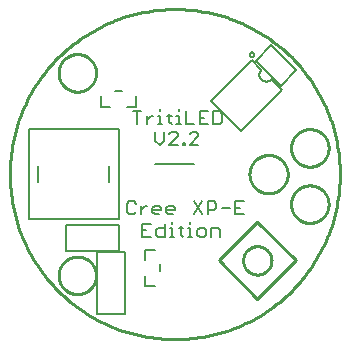
<source format=gto>
G75*
%MOIN*%
%OFA0B0*%
%FSLAX25Y25*%
%IPPOS*%
%LPD*%
%AMOC8*
5,1,8,0,0,1.08239X$1,22.5*
%
%ADD10C,0.01000*%
%ADD11C,0.00700*%
%ADD12C,0.00500*%
D10*
X0069250Y0049250D02*
X0069252Y0049408D01*
X0069258Y0049565D01*
X0069268Y0049723D01*
X0069282Y0049880D01*
X0069300Y0050036D01*
X0069321Y0050193D01*
X0069347Y0050348D01*
X0069377Y0050503D01*
X0069410Y0050657D01*
X0069448Y0050810D01*
X0069489Y0050963D01*
X0069534Y0051114D01*
X0069583Y0051264D01*
X0069636Y0051412D01*
X0069692Y0051560D01*
X0069753Y0051705D01*
X0069816Y0051850D01*
X0069884Y0051992D01*
X0069955Y0052133D01*
X0070029Y0052272D01*
X0070107Y0052409D01*
X0070189Y0052544D01*
X0070273Y0052677D01*
X0070362Y0052808D01*
X0070453Y0052936D01*
X0070548Y0053063D01*
X0070645Y0053186D01*
X0070746Y0053308D01*
X0070850Y0053426D01*
X0070957Y0053542D01*
X0071067Y0053655D01*
X0071179Y0053766D01*
X0071295Y0053873D01*
X0071413Y0053978D01*
X0071533Y0054080D01*
X0071656Y0054178D01*
X0071782Y0054274D01*
X0071910Y0054366D01*
X0072040Y0054455D01*
X0072172Y0054541D01*
X0072307Y0054623D01*
X0072444Y0054702D01*
X0072582Y0054777D01*
X0072722Y0054849D01*
X0072865Y0054917D01*
X0073008Y0054982D01*
X0073154Y0055043D01*
X0073301Y0055100D01*
X0073449Y0055154D01*
X0073599Y0055204D01*
X0073749Y0055250D01*
X0073901Y0055292D01*
X0074054Y0055331D01*
X0074208Y0055365D01*
X0074363Y0055396D01*
X0074518Y0055422D01*
X0074674Y0055445D01*
X0074831Y0055464D01*
X0074988Y0055479D01*
X0075145Y0055490D01*
X0075303Y0055497D01*
X0075461Y0055500D01*
X0075618Y0055499D01*
X0075776Y0055494D01*
X0075933Y0055485D01*
X0076091Y0055472D01*
X0076247Y0055455D01*
X0076404Y0055434D01*
X0076559Y0055410D01*
X0076714Y0055381D01*
X0076869Y0055348D01*
X0077022Y0055312D01*
X0077175Y0055271D01*
X0077326Y0055227D01*
X0077476Y0055179D01*
X0077625Y0055128D01*
X0077773Y0055072D01*
X0077919Y0055013D01*
X0078064Y0054950D01*
X0078207Y0054883D01*
X0078348Y0054813D01*
X0078487Y0054740D01*
X0078625Y0054663D01*
X0078761Y0054582D01*
X0078894Y0054498D01*
X0079025Y0054411D01*
X0079154Y0054320D01*
X0079281Y0054226D01*
X0079406Y0054129D01*
X0079527Y0054029D01*
X0079647Y0053926D01*
X0079763Y0053820D01*
X0079877Y0053711D01*
X0079989Y0053599D01*
X0080097Y0053485D01*
X0080202Y0053367D01*
X0080305Y0053247D01*
X0080404Y0053125D01*
X0080500Y0053000D01*
X0080593Y0052872D01*
X0080683Y0052743D01*
X0080769Y0052611D01*
X0080853Y0052477D01*
X0080932Y0052341D01*
X0081009Y0052203D01*
X0081081Y0052063D01*
X0081150Y0051921D01*
X0081216Y0051778D01*
X0081278Y0051633D01*
X0081336Y0051486D01*
X0081391Y0051338D01*
X0081442Y0051189D01*
X0081489Y0051038D01*
X0081532Y0050887D01*
X0081571Y0050734D01*
X0081607Y0050580D01*
X0081638Y0050426D01*
X0081666Y0050271D01*
X0081690Y0050115D01*
X0081710Y0049958D01*
X0081726Y0049801D01*
X0081738Y0049644D01*
X0081746Y0049487D01*
X0081750Y0049329D01*
X0081750Y0049171D01*
X0081746Y0049013D01*
X0081738Y0048856D01*
X0081726Y0048699D01*
X0081710Y0048542D01*
X0081690Y0048385D01*
X0081666Y0048229D01*
X0081638Y0048074D01*
X0081607Y0047920D01*
X0081571Y0047766D01*
X0081532Y0047613D01*
X0081489Y0047462D01*
X0081442Y0047311D01*
X0081391Y0047162D01*
X0081336Y0047014D01*
X0081278Y0046867D01*
X0081216Y0046722D01*
X0081150Y0046579D01*
X0081081Y0046437D01*
X0081009Y0046297D01*
X0080932Y0046159D01*
X0080853Y0046023D01*
X0080769Y0045889D01*
X0080683Y0045757D01*
X0080593Y0045628D01*
X0080500Y0045500D01*
X0080404Y0045375D01*
X0080305Y0045253D01*
X0080202Y0045133D01*
X0080097Y0045015D01*
X0079989Y0044901D01*
X0079877Y0044789D01*
X0079763Y0044680D01*
X0079647Y0044574D01*
X0079527Y0044471D01*
X0079406Y0044371D01*
X0079281Y0044274D01*
X0079154Y0044180D01*
X0079025Y0044089D01*
X0078894Y0044002D01*
X0078761Y0043918D01*
X0078625Y0043837D01*
X0078487Y0043760D01*
X0078348Y0043687D01*
X0078207Y0043617D01*
X0078064Y0043550D01*
X0077919Y0043487D01*
X0077773Y0043428D01*
X0077625Y0043372D01*
X0077476Y0043321D01*
X0077326Y0043273D01*
X0077175Y0043229D01*
X0077022Y0043188D01*
X0076869Y0043152D01*
X0076714Y0043119D01*
X0076559Y0043090D01*
X0076404Y0043066D01*
X0076247Y0043045D01*
X0076091Y0043028D01*
X0075933Y0043015D01*
X0075776Y0043006D01*
X0075618Y0043001D01*
X0075461Y0043000D01*
X0075303Y0043003D01*
X0075145Y0043010D01*
X0074988Y0043021D01*
X0074831Y0043036D01*
X0074674Y0043055D01*
X0074518Y0043078D01*
X0074363Y0043104D01*
X0074208Y0043135D01*
X0074054Y0043169D01*
X0073901Y0043208D01*
X0073749Y0043250D01*
X0073599Y0043296D01*
X0073449Y0043346D01*
X0073301Y0043400D01*
X0073154Y0043457D01*
X0073008Y0043518D01*
X0072865Y0043583D01*
X0072722Y0043651D01*
X0072582Y0043723D01*
X0072444Y0043798D01*
X0072307Y0043877D01*
X0072172Y0043959D01*
X0072040Y0044045D01*
X0071910Y0044134D01*
X0071782Y0044226D01*
X0071656Y0044322D01*
X0071533Y0044420D01*
X0071413Y0044522D01*
X0071295Y0044627D01*
X0071179Y0044734D01*
X0071067Y0044845D01*
X0070957Y0044958D01*
X0070850Y0045074D01*
X0070746Y0045192D01*
X0070645Y0045314D01*
X0070548Y0045437D01*
X0070453Y0045564D01*
X0070362Y0045692D01*
X0070273Y0045823D01*
X0070189Y0045956D01*
X0070107Y0046091D01*
X0070029Y0046228D01*
X0069955Y0046367D01*
X0069884Y0046508D01*
X0069816Y0046650D01*
X0069753Y0046795D01*
X0069692Y0046940D01*
X0069636Y0047088D01*
X0069583Y0047236D01*
X0069534Y0047386D01*
X0069489Y0047537D01*
X0069448Y0047690D01*
X0069410Y0047843D01*
X0069377Y0047997D01*
X0069347Y0048152D01*
X0069321Y0048307D01*
X0069300Y0048464D01*
X0069282Y0048620D01*
X0069268Y0048777D01*
X0069258Y0048935D01*
X0069252Y0049092D01*
X0069250Y0049250D01*
X0053000Y0083000D02*
X0053017Y0084350D01*
X0053066Y0085699D01*
X0053149Y0087046D01*
X0053265Y0088391D01*
X0053414Y0089733D01*
X0053595Y0091070D01*
X0053810Y0092403D01*
X0054057Y0093730D01*
X0054336Y0095051D01*
X0054648Y0096364D01*
X0054992Y0097669D01*
X0055368Y0098966D01*
X0055776Y0100252D01*
X0056215Y0101529D01*
X0056685Y0102794D01*
X0057187Y0104048D01*
X0057718Y0105288D01*
X0058281Y0106516D01*
X0058873Y0107729D01*
X0059494Y0108927D01*
X0060145Y0110109D01*
X0060825Y0111276D01*
X0061533Y0112425D01*
X0062269Y0113556D01*
X0063033Y0114669D01*
X0063824Y0115763D01*
X0064641Y0116838D01*
X0065484Y0117892D01*
X0066354Y0118925D01*
X0067248Y0119936D01*
X0068166Y0120925D01*
X0069109Y0121891D01*
X0070075Y0122834D01*
X0071064Y0123752D01*
X0072075Y0124646D01*
X0073108Y0125516D01*
X0074162Y0126359D01*
X0075237Y0127176D01*
X0076331Y0127967D01*
X0077444Y0128731D01*
X0078575Y0129467D01*
X0079724Y0130175D01*
X0080891Y0130855D01*
X0082073Y0131506D01*
X0083271Y0132127D01*
X0084484Y0132719D01*
X0085712Y0133282D01*
X0086952Y0133813D01*
X0088206Y0134315D01*
X0089471Y0134785D01*
X0090748Y0135224D01*
X0092034Y0135632D01*
X0093331Y0136008D01*
X0094636Y0136352D01*
X0095949Y0136664D01*
X0097270Y0136943D01*
X0098597Y0137190D01*
X0099930Y0137405D01*
X0101267Y0137586D01*
X0102609Y0137735D01*
X0103954Y0137851D01*
X0105301Y0137934D01*
X0106650Y0137983D01*
X0108000Y0138000D01*
X0109350Y0137983D01*
X0110699Y0137934D01*
X0112046Y0137851D01*
X0113391Y0137735D01*
X0114733Y0137586D01*
X0116070Y0137405D01*
X0117403Y0137190D01*
X0118730Y0136943D01*
X0120051Y0136664D01*
X0121364Y0136352D01*
X0122669Y0136008D01*
X0123966Y0135632D01*
X0125252Y0135224D01*
X0126529Y0134785D01*
X0127794Y0134315D01*
X0129048Y0133813D01*
X0130288Y0133282D01*
X0131516Y0132719D01*
X0132729Y0132127D01*
X0133927Y0131506D01*
X0135109Y0130855D01*
X0136276Y0130175D01*
X0137425Y0129467D01*
X0138556Y0128731D01*
X0139669Y0127967D01*
X0140763Y0127176D01*
X0141838Y0126359D01*
X0142892Y0125516D01*
X0143925Y0124646D01*
X0144936Y0123752D01*
X0145925Y0122834D01*
X0146891Y0121891D01*
X0147834Y0120925D01*
X0148752Y0119936D01*
X0149646Y0118925D01*
X0150516Y0117892D01*
X0151359Y0116838D01*
X0152176Y0115763D01*
X0152967Y0114669D01*
X0153731Y0113556D01*
X0154467Y0112425D01*
X0155175Y0111276D01*
X0155855Y0110109D01*
X0156506Y0108927D01*
X0157127Y0107729D01*
X0157719Y0106516D01*
X0158282Y0105288D01*
X0158813Y0104048D01*
X0159315Y0102794D01*
X0159785Y0101529D01*
X0160224Y0100252D01*
X0160632Y0098966D01*
X0161008Y0097669D01*
X0161352Y0096364D01*
X0161664Y0095051D01*
X0161943Y0093730D01*
X0162190Y0092403D01*
X0162405Y0091070D01*
X0162586Y0089733D01*
X0162735Y0088391D01*
X0162851Y0087046D01*
X0162934Y0085699D01*
X0162983Y0084350D01*
X0163000Y0083000D01*
X0162983Y0081650D01*
X0162934Y0080301D01*
X0162851Y0078954D01*
X0162735Y0077609D01*
X0162586Y0076267D01*
X0162405Y0074930D01*
X0162190Y0073597D01*
X0161943Y0072270D01*
X0161664Y0070949D01*
X0161352Y0069636D01*
X0161008Y0068331D01*
X0160632Y0067034D01*
X0160224Y0065748D01*
X0159785Y0064471D01*
X0159315Y0063206D01*
X0158813Y0061952D01*
X0158282Y0060712D01*
X0157719Y0059484D01*
X0157127Y0058271D01*
X0156506Y0057073D01*
X0155855Y0055891D01*
X0155175Y0054724D01*
X0154467Y0053575D01*
X0153731Y0052444D01*
X0152967Y0051331D01*
X0152176Y0050237D01*
X0151359Y0049162D01*
X0150516Y0048108D01*
X0149646Y0047075D01*
X0148752Y0046064D01*
X0147834Y0045075D01*
X0146891Y0044109D01*
X0145925Y0043166D01*
X0144936Y0042248D01*
X0143925Y0041354D01*
X0142892Y0040484D01*
X0141838Y0039641D01*
X0140763Y0038824D01*
X0139669Y0038033D01*
X0138556Y0037269D01*
X0137425Y0036533D01*
X0136276Y0035825D01*
X0135109Y0035145D01*
X0133927Y0034494D01*
X0132729Y0033873D01*
X0131516Y0033281D01*
X0130288Y0032718D01*
X0129048Y0032187D01*
X0127794Y0031685D01*
X0126529Y0031215D01*
X0125252Y0030776D01*
X0123966Y0030368D01*
X0122669Y0029992D01*
X0121364Y0029648D01*
X0120051Y0029336D01*
X0118730Y0029057D01*
X0117403Y0028810D01*
X0116070Y0028595D01*
X0114733Y0028414D01*
X0113391Y0028265D01*
X0112046Y0028149D01*
X0110699Y0028066D01*
X0109350Y0028017D01*
X0108000Y0028000D01*
X0106650Y0028017D01*
X0105301Y0028066D01*
X0103954Y0028149D01*
X0102609Y0028265D01*
X0101267Y0028414D01*
X0099930Y0028595D01*
X0098597Y0028810D01*
X0097270Y0029057D01*
X0095949Y0029336D01*
X0094636Y0029648D01*
X0093331Y0029992D01*
X0092034Y0030368D01*
X0090748Y0030776D01*
X0089471Y0031215D01*
X0088206Y0031685D01*
X0086952Y0032187D01*
X0085712Y0032718D01*
X0084484Y0033281D01*
X0083271Y0033873D01*
X0082073Y0034494D01*
X0080891Y0035145D01*
X0079724Y0035825D01*
X0078575Y0036533D01*
X0077444Y0037269D01*
X0076331Y0038033D01*
X0075237Y0038824D01*
X0074162Y0039641D01*
X0073108Y0040484D01*
X0072075Y0041354D01*
X0071064Y0042248D01*
X0070075Y0043166D01*
X0069109Y0044109D01*
X0068166Y0045075D01*
X0067248Y0046064D01*
X0066354Y0047075D01*
X0065484Y0048108D01*
X0064641Y0049162D01*
X0063824Y0050237D01*
X0063033Y0051331D01*
X0062269Y0052444D01*
X0061533Y0053575D01*
X0060825Y0054724D01*
X0060145Y0055891D01*
X0059494Y0057073D01*
X0058873Y0058271D01*
X0058281Y0059484D01*
X0057718Y0060712D01*
X0057187Y0061952D01*
X0056685Y0063206D01*
X0056215Y0064471D01*
X0055776Y0065748D01*
X0055368Y0067034D01*
X0054992Y0068331D01*
X0054648Y0069636D01*
X0054336Y0070949D01*
X0054057Y0072270D01*
X0053810Y0073597D01*
X0053595Y0074930D01*
X0053414Y0076267D01*
X0053265Y0077609D01*
X0053149Y0078954D01*
X0053066Y0080301D01*
X0053017Y0081650D01*
X0053000Y0083000D01*
X0069250Y0116750D02*
X0069252Y0116908D01*
X0069258Y0117065D01*
X0069268Y0117223D01*
X0069282Y0117380D01*
X0069300Y0117536D01*
X0069321Y0117693D01*
X0069347Y0117848D01*
X0069377Y0118003D01*
X0069410Y0118157D01*
X0069448Y0118310D01*
X0069489Y0118463D01*
X0069534Y0118614D01*
X0069583Y0118764D01*
X0069636Y0118912D01*
X0069692Y0119060D01*
X0069753Y0119205D01*
X0069816Y0119350D01*
X0069884Y0119492D01*
X0069955Y0119633D01*
X0070029Y0119772D01*
X0070107Y0119909D01*
X0070189Y0120044D01*
X0070273Y0120177D01*
X0070362Y0120308D01*
X0070453Y0120436D01*
X0070548Y0120563D01*
X0070645Y0120686D01*
X0070746Y0120808D01*
X0070850Y0120926D01*
X0070957Y0121042D01*
X0071067Y0121155D01*
X0071179Y0121266D01*
X0071295Y0121373D01*
X0071413Y0121478D01*
X0071533Y0121580D01*
X0071656Y0121678D01*
X0071782Y0121774D01*
X0071910Y0121866D01*
X0072040Y0121955D01*
X0072172Y0122041D01*
X0072307Y0122123D01*
X0072444Y0122202D01*
X0072582Y0122277D01*
X0072722Y0122349D01*
X0072865Y0122417D01*
X0073008Y0122482D01*
X0073154Y0122543D01*
X0073301Y0122600D01*
X0073449Y0122654D01*
X0073599Y0122704D01*
X0073749Y0122750D01*
X0073901Y0122792D01*
X0074054Y0122831D01*
X0074208Y0122865D01*
X0074363Y0122896D01*
X0074518Y0122922D01*
X0074674Y0122945D01*
X0074831Y0122964D01*
X0074988Y0122979D01*
X0075145Y0122990D01*
X0075303Y0122997D01*
X0075461Y0123000D01*
X0075618Y0122999D01*
X0075776Y0122994D01*
X0075933Y0122985D01*
X0076091Y0122972D01*
X0076247Y0122955D01*
X0076404Y0122934D01*
X0076559Y0122910D01*
X0076714Y0122881D01*
X0076869Y0122848D01*
X0077022Y0122812D01*
X0077175Y0122771D01*
X0077326Y0122727D01*
X0077476Y0122679D01*
X0077625Y0122628D01*
X0077773Y0122572D01*
X0077919Y0122513D01*
X0078064Y0122450D01*
X0078207Y0122383D01*
X0078348Y0122313D01*
X0078487Y0122240D01*
X0078625Y0122163D01*
X0078761Y0122082D01*
X0078894Y0121998D01*
X0079025Y0121911D01*
X0079154Y0121820D01*
X0079281Y0121726D01*
X0079406Y0121629D01*
X0079527Y0121529D01*
X0079647Y0121426D01*
X0079763Y0121320D01*
X0079877Y0121211D01*
X0079989Y0121099D01*
X0080097Y0120985D01*
X0080202Y0120867D01*
X0080305Y0120747D01*
X0080404Y0120625D01*
X0080500Y0120500D01*
X0080593Y0120372D01*
X0080683Y0120243D01*
X0080769Y0120111D01*
X0080853Y0119977D01*
X0080932Y0119841D01*
X0081009Y0119703D01*
X0081081Y0119563D01*
X0081150Y0119421D01*
X0081216Y0119278D01*
X0081278Y0119133D01*
X0081336Y0118986D01*
X0081391Y0118838D01*
X0081442Y0118689D01*
X0081489Y0118538D01*
X0081532Y0118387D01*
X0081571Y0118234D01*
X0081607Y0118080D01*
X0081638Y0117926D01*
X0081666Y0117771D01*
X0081690Y0117615D01*
X0081710Y0117458D01*
X0081726Y0117301D01*
X0081738Y0117144D01*
X0081746Y0116987D01*
X0081750Y0116829D01*
X0081750Y0116671D01*
X0081746Y0116513D01*
X0081738Y0116356D01*
X0081726Y0116199D01*
X0081710Y0116042D01*
X0081690Y0115885D01*
X0081666Y0115729D01*
X0081638Y0115574D01*
X0081607Y0115420D01*
X0081571Y0115266D01*
X0081532Y0115113D01*
X0081489Y0114962D01*
X0081442Y0114811D01*
X0081391Y0114662D01*
X0081336Y0114514D01*
X0081278Y0114367D01*
X0081216Y0114222D01*
X0081150Y0114079D01*
X0081081Y0113937D01*
X0081009Y0113797D01*
X0080932Y0113659D01*
X0080853Y0113523D01*
X0080769Y0113389D01*
X0080683Y0113257D01*
X0080593Y0113128D01*
X0080500Y0113000D01*
X0080404Y0112875D01*
X0080305Y0112753D01*
X0080202Y0112633D01*
X0080097Y0112515D01*
X0079989Y0112401D01*
X0079877Y0112289D01*
X0079763Y0112180D01*
X0079647Y0112074D01*
X0079527Y0111971D01*
X0079406Y0111871D01*
X0079281Y0111774D01*
X0079154Y0111680D01*
X0079025Y0111589D01*
X0078894Y0111502D01*
X0078761Y0111418D01*
X0078625Y0111337D01*
X0078487Y0111260D01*
X0078348Y0111187D01*
X0078207Y0111117D01*
X0078064Y0111050D01*
X0077919Y0110987D01*
X0077773Y0110928D01*
X0077625Y0110872D01*
X0077476Y0110821D01*
X0077326Y0110773D01*
X0077175Y0110729D01*
X0077022Y0110688D01*
X0076869Y0110652D01*
X0076714Y0110619D01*
X0076559Y0110590D01*
X0076404Y0110566D01*
X0076247Y0110545D01*
X0076091Y0110528D01*
X0075933Y0110515D01*
X0075776Y0110506D01*
X0075618Y0110501D01*
X0075461Y0110500D01*
X0075303Y0110503D01*
X0075145Y0110510D01*
X0074988Y0110521D01*
X0074831Y0110536D01*
X0074674Y0110555D01*
X0074518Y0110578D01*
X0074363Y0110604D01*
X0074208Y0110635D01*
X0074054Y0110669D01*
X0073901Y0110708D01*
X0073749Y0110750D01*
X0073599Y0110796D01*
X0073449Y0110846D01*
X0073301Y0110900D01*
X0073154Y0110957D01*
X0073008Y0111018D01*
X0072865Y0111083D01*
X0072722Y0111151D01*
X0072582Y0111223D01*
X0072444Y0111298D01*
X0072307Y0111377D01*
X0072172Y0111459D01*
X0072040Y0111545D01*
X0071910Y0111634D01*
X0071782Y0111726D01*
X0071656Y0111822D01*
X0071533Y0111920D01*
X0071413Y0112022D01*
X0071295Y0112127D01*
X0071179Y0112234D01*
X0071067Y0112345D01*
X0070957Y0112458D01*
X0070850Y0112574D01*
X0070746Y0112692D01*
X0070645Y0112814D01*
X0070548Y0112937D01*
X0070453Y0113064D01*
X0070362Y0113192D01*
X0070273Y0113323D01*
X0070189Y0113456D01*
X0070107Y0113591D01*
X0070029Y0113728D01*
X0069955Y0113867D01*
X0069884Y0114008D01*
X0069816Y0114150D01*
X0069753Y0114295D01*
X0069692Y0114440D01*
X0069636Y0114588D01*
X0069583Y0114736D01*
X0069534Y0114886D01*
X0069489Y0115037D01*
X0069448Y0115190D01*
X0069410Y0115343D01*
X0069377Y0115497D01*
X0069347Y0115652D01*
X0069321Y0115807D01*
X0069300Y0115964D01*
X0069282Y0116120D01*
X0069268Y0116277D01*
X0069258Y0116435D01*
X0069252Y0116592D01*
X0069250Y0116750D01*
X0132876Y0083000D02*
X0132878Y0083160D01*
X0132884Y0083319D01*
X0132894Y0083478D01*
X0132908Y0083637D01*
X0132926Y0083796D01*
X0132948Y0083954D01*
X0132974Y0084111D01*
X0133003Y0084268D01*
X0133037Y0084424D01*
X0133075Y0084579D01*
X0133116Y0084733D01*
X0133161Y0084886D01*
X0133211Y0085038D01*
X0133263Y0085188D01*
X0133320Y0085338D01*
X0133380Y0085485D01*
X0133444Y0085631D01*
X0133512Y0085776D01*
X0133583Y0085919D01*
X0133658Y0086060D01*
X0133737Y0086199D01*
X0133818Y0086336D01*
X0133904Y0086470D01*
X0133992Y0086603D01*
X0134084Y0086734D01*
X0134179Y0086862D01*
X0134277Y0086987D01*
X0134379Y0087111D01*
X0134483Y0087231D01*
X0134590Y0087349D01*
X0134701Y0087465D01*
X0134814Y0087577D01*
X0134930Y0087687D01*
X0135049Y0087793D01*
X0135170Y0087897D01*
X0135294Y0087998D01*
X0135420Y0088095D01*
X0135549Y0088189D01*
X0135680Y0088280D01*
X0135813Y0088368D01*
X0135949Y0088452D01*
X0136086Y0088533D01*
X0136226Y0088611D01*
X0136367Y0088685D01*
X0136510Y0088755D01*
X0136655Y0088822D01*
X0136802Y0088885D01*
X0136950Y0088944D01*
X0137099Y0089000D01*
X0137250Y0089052D01*
X0137402Y0089100D01*
X0137555Y0089145D01*
X0137710Y0089185D01*
X0137865Y0089222D01*
X0138021Y0089254D01*
X0138178Y0089283D01*
X0138336Y0089308D01*
X0138494Y0089329D01*
X0138653Y0089346D01*
X0138812Y0089359D01*
X0138971Y0089368D01*
X0139130Y0089373D01*
X0139290Y0089374D01*
X0139449Y0089371D01*
X0139609Y0089364D01*
X0139768Y0089353D01*
X0139927Y0089338D01*
X0140085Y0089319D01*
X0140243Y0089296D01*
X0140400Y0089269D01*
X0140557Y0089239D01*
X0140713Y0089204D01*
X0140868Y0089165D01*
X0141021Y0089123D01*
X0141174Y0089077D01*
X0141326Y0089027D01*
X0141476Y0088973D01*
X0141625Y0088915D01*
X0141772Y0088854D01*
X0141918Y0088789D01*
X0142062Y0088720D01*
X0142204Y0088648D01*
X0142344Y0088572D01*
X0142483Y0088493D01*
X0142619Y0088411D01*
X0142754Y0088325D01*
X0142886Y0088235D01*
X0143016Y0088143D01*
X0143143Y0088047D01*
X0143269Y0087948D01*
X0143391Y0087846D01*
X0143511Y0087740D01*
X0143628Y0087632D01*
X0143743Y0087521D01*
X0143855Y0087407D01*
X0143964Y0087291D01*
X0144070Y0087171D01*
X0144172Y0087049D01*
X0144272Y0086925D01*
X0144369Y0086798D01*
X0144462Y0086669D01*
X0144553Y0086537D01*
X0144639Y0086403D01*
X0144723Y0086267D01*
X0144803Y0086129D01*
X0144880Y0085989D01*
X0144953Y0085847D01*
X0145022Y0085704D01*
X0145088Y0085558D01*
X0145150Y0085412D01*
X0145209Y0085263D01*
X0145263Y0085113D01*
X0145314Y0084962D01*
X0145362Y0084810D01*
X0145405Y0084656D01*
X0145445Y0084502D01*
X0145480Y0084346D01*
X0145512Y0084190D01*
X0145540Y0084033D01*
X0145564Y0083875D01*
X0145584Y0083716D01*
X0145600Y0083558D01*
X0145612Y0083399D01*
X0145620Y0083239D01*
X0145624Y0083080D01*
X0145624Y0082920D01*
X0145620Y0082761D01*
X0145612Y0082601D01*
X0145600Y0082442D01*
X0145584Y0082284D01*
X0145564Y0082125D01*
X0145540Y0081967D01*
X0145512Y0081810D01*
X0145480Y0081654D01*
X0145445Y0081498D01*
X0145405Y0081344D01*
X0145362Y0081190D01*
X0145314Y0081038D01*
X0145263Y0080887D01*
X0145209Y0080737D01*
X0145150Y0080588D01*
X0145088Y0080442D01*
X0145022Y0080296D01*
X0144953Y0080153D01*
X0144880Y0080011D01*
X0144803Y0079871D01*
X0144723Y0079733D01*
X0144639Y0079597D01*
X0144553Y0079463D01*
X0144462Y0079331D01*
X0144369Y0079202D01*
X0144272Y0079075D01*
X0144172Y0078951D01*
X0144070Y0078829D01*
X0143964Y0078709D01*
X0143855Y0078593D01*
X0143743Y0078479D01*
X0143628Y0078368D01*
X0143511Y0078260D01*
X0143391Y0078154D01*
X0143269Y0078052D01*
X0143143Y0077953D01*
X0143016Y0077857D01*
X0142886Y0077765D01*
X0142754Y0077675D01*
X0142619Y0077589D01*
X0142483Y0077507D01*
X0142344Y0077428D01*
X0142204Y0077352D01*
X0142062Y0077280D01*
X0141918Y0077211D01*
X0141772Y0077146D01*
X0141625Y0077085D01*
X0141476Y0077027D01*
X0141326Y0076973D01*
X0141174Y0076923D01*
X0141021Y0076877D01*
X0140868Y0076835D01*
X0140713Y0076796D01*
X0140557Y0076761D01*
X0140400Y0076731D01*
X0140243Y0076704D01*
X0140085Y0076681D01*
X0139927Y0076662D01*
X0139768Y0076647D01*
X0139609Y0076636D01*
X0139449Y0076629D01*
X0139290Y0076626D01*
X0139130Y0076627D01*
X0138971Y0076632D01*
X0138812Y0076641D01*
X0138653Y0076654D01*
X0138494Y0076671D01*
X0138336Y0076692D01*
X0138178Y0076717D01*
X0138021Y0076746D01*
X0137865Y0076778D01*
X0137710Y0076815D01*
X0137555Y0076855D01*
X0137402Y0076900D01*
X0137250Y0076948D01*
X0137099Y0077000D01*
X0136950Y0077056D01*
X0136802Y0077115D01*
X0136655Y0077178D01*
X0136510Y0077245D01*
X0136367Y0077315D01*
X0136226Y0077389D01*
X0136086Y0077467D01*
X0135949Y0077548D01*
X0135813Y0077632D01*
X0135680Y0077720D01*
X0135549Y0077811D01*
X0135420Y0077905D01*
X0135294Y0078002D01*
X0135170Y0078103D01*
X0135049Y0078207D01*
X0134930Y0078313D01*
X0134814Y0078423D01*
X0134701Y0078535D01*
X0134590Y0078651D01*
X0134483Y0078769D01*
X0134379Y0078889D01*
X0134277Y0079013D01*
X0134179Y0079138D01*
X0134084Y0079266D01*
X0133992Y0079397D01*
X0133904Y0079530D01*
X0133818Y0079664D01*
X0133737Y0079801D01*
X0133658Y0079940D01*
X0133583Y0080081D01*
X0133512Y0080224D01*
X0133444Y0080369D01*
X0133380Y0080515D01*
X0133320Y0080662D01*
X0133263Y0080812D01*
X0133211Y0080962D01*
X0133161Y0081114D01*
X0133116Y0081267D01*
X0133075Y0081421D01*
X0133037Y0081576D01*
X0133003Y0081732D01*
X0132974Y0081889D01*
X0132948Y0082046D01*
X0132926Y0082204D01*
X0132908Y0082363D01*
X0132894Y0082522D01*
X0132884Y0082681D01*
X0132878Y0082840D01*
X0132876Y0083000D01*
X0146750Y0091750D02*
X0146752Y0091908D01*
X0146758Y0092065D01*
X0146768Y0092223D01*
X0146782Y0092380D01*
X0146800Y0092536D01*
X0146821Y0092693D01*
X0146847Y0092848D01*
X0146877Y0093003D01*
X0146910Y0093157D01*
X0146948Y0093310D01*
X0146989Y0093463D01*
X0147034Y0093614D01*
X0147083Y0093764D01*
X0147136Y0093912D01*
X0147192Y0094060D01*
X0147253Y0094205D01*
X0147316Y0094350D01*
X0147384Y0094492D01*
X0147455Y0094633D01*
X0147529Y0094772D01*
X0147607Y0094909D01*
X0147689Y0095044D01*
X0147773Y0095177D01*
X0147862Y0095308D01*
X0147953Y0095436D01*
X0148048Y0095563D01*
X0148145Y0095686D01*
X0148246Y0095808D01*
X0148350Y0095926D01*
X0148457Y0096042D01*
X0148567Y0096155D01*
X0148679Y0096266D01*
X0148795Y0096373D01*
X0148913Y0096478D01*
X0149033Y0096580D01*
X0149156Y0096678D01*
X0149282Y0096774D01*
X0149410Y0096866D01*
X0149540Y0096955D01*
X0149672Y0097041D01*
X0149807Y0097123D01*
X0149944Y0097202D01*
X0150082Y0097277D01*
X0150222Y0097349D01*
X0150365Y0097417D01*
X0150508Y0097482D01*
X0150654Y0097543D01*
X0150801Y0097600D01*
X0150949Y0097654D01*
X0151099Y0097704D01*
X0151249Y0097750D01*
X0151401Y0097792D01*
X0151554Y0097831D01*
X0151708Y0097865D01*
X0151863Y0097896D01*
X0152018Y0097922D01*
X0152174Y0097945D01*
X0152331Y0097964D01*
X0152488Y0097979D01*
X0152645Y0097990D01*
X0152803Y0097997D01*
X0152961Y0098000D01*
X0153118Y0097999D01*
X0153276Y0097994D01*
X0153433Y0097985D01*
X0153591Y0097972D01*
X0153747Y0097955D01*
X0153904Y0097934D01*
X0154059Y0097910D01*
X0154214Y0097881D01*
X0154369Y0097848D01*
X0154522Y0097812D01*
X0154675Y0097771D01*
X0154826Y0097727D01*
X0154976Y0097679D01*
X0155125Y0097628D01*
X0155273Y0097572D01*
X0155419Y0097513D01*
X0155564Y0097450D01*
X0155707Y0097383D01*
X0155848Y0097313D01*
X0155987Y0097240D01*
X0156125Y0097163D01*
X0156261Y0097082D01*
X0156394Y0096998D01*
X0156525Y0096911D01*
X0156654Y0096820D01*
X0156781Y0096726D01*
X0156906Y0096629D01*
X0157027Y0096529D01*
X0157147Y0096426D01*
X0157263Y0096320D01*
X0157377Y0096211D01*
X0157489Y0096099D01*
X0157597Y0095985D01*
X0157702Y0095867D01*
X0157805Y0095747D01*
X0157904Y0095625D01*
X0158000Y0095500D01*
X0158093Y0095372D01*
X0158183Y0095243D01*
X0158269Y0095111D01*
X0158353Y0094977D01*
X0158432Y0094841D01*
X0158509Y0094703D01*
X0158581Y0094563D01*
X0158650Y0094421D01*
X0158716Y0094278D01*
X0158778Y0094133D01*
X0158836Y0093986D01*
X0158891Y0093838D01*
X0158942Y0093689D01*
X0158989Y0093538D01*
X0159032Y0093387D01*
X0159071Y0093234D01*
X0159107Y0093080D01*
X0159138Y0092926D01*
X0159166Y0092771D01*
X0159190Y0092615D01*
X0159210Y0092458D01*
X0159226Y0092301D01*
X0159238Y0092144D01*
X0159246Y0091987D01*
X0159250Y0091829D01*
X0159250Y0091671D01*
X0159246Y0091513D01*
X0159238Y0091356D01*
X0159226Y0091199D01*
X0159210Y0091042D01*
X0159190Y0090885D01*
X0159166Y0090729D01*
X0159138Y0090574D01*
X0159107Y0090420D01*
X0159071Y0090266D01*
X0159032Y0090113D01*
X0158989Y0089962D01*
X0158942Y0089811D01*
X0158891Y0089662D01*
X0158836Y0089514D01*
X0158778Y0089367D01*
X0158716Y0089222D01*
X0158650Y0089079D01*
X0158581Y0088937D01*
X0158509Y0088797D01*
X0158432Y0088659D01*
X0158353Y0088523D01*
X0158269Y0088389D01*
X0158183Y0088257D01*
X0158093Y0088128D01*
X0158000Y0088000D01*
X0157904Y0087875D01*
X0157805Y0087753D01*
X0157702Y0087633D01*
X0157597Y0087515D01*
X0157489Y0087401D01*
X0157377Y0087289D01*
X0157263Y0087180D01*
X0157147Y0087074D01*
X0157027Y0086971D01*
X0156906Y0086871D01*
X0156781Y0086774D01*
X0156654Y0086680D01*
X0156525Y0086589D01*
X0156394Y0086502D01*
X0156261Y0086418D01*
X0156125Y0086337D01*
X0155987Y0086260D01*
X0155848Y0086187D01*
X0155707Y0086117D01*
X0155564Y0086050D01*
X0155419Y0085987D01*
X0155273Y0085928D01*
X0155125Y0085872D01*
X0154976Y0085821D01*
X0154826Y0085773D01*
X0154675Y0085729D01*
X0154522Y0085688D01*
X0154369Y0085652D01*
X0154214Y0085619D01*
X0154059Y0085590D01*
X0153904Y0085566D01*
X0153747Y0085545D01*
X0153591Y0085528D01*
X0153433Y0085515D01*
X0153276Y0085506D01*
X0153118Y0085501D01*
X0152961Y0085500D01*
X0152803Y0085503D01*
X0152645Y0085510D01*
X0152488Y0085521D01*
X0152331Y0085536D01*
X0152174Y0085555D01*
X0152018Y0085578D01*
X0151863Y0085604D01*
X0151708Y0085635D01*
X0151554Y0085669D01*
X0151401Y0085708D01*
X0151249Y0085750D01*
X0151099Y0085796D01*
X0150949Y0085846D01*
X0150801Y0085900D01*
X0150654Y0085957D01*
X0150508Y0086018D01*
X0150365Y0086083D01*
X0150222Y0086151D01*
X0150082Y0086223D01*
X0149944Y0086298D01*
X0149807Y0086377D01*
X0149672Y0086459D01*
X0149540Y0086545D01*
X0149410Y0086634D01*
X0149282Y0086726D01*
X0149156Y0086822D01*
X0149033Y0086920D01*
X0148913Y0087022D01*
X0148795Y0087127D01*
X0148679Y0087234D01*
X0148567Y0087345D01*
X0148457Y0087458D01*
X0148350Y0087574D01*
X0148246Y0087692D01*
X0148145Y0087814D01*
X0148048Y0087937D01*
X0147953Y0088064D01*
X0147862Y0088192D01*
X0147773Y0088323D01*
X0147689Y0088456D01*
X0147607Y0088591D01*
X0147529Y0088728D01*
X0147455Y0088867D01*
X0147384Y0089008D01*
X0147316Y0089150D01*
X0147253Y0089295D01*
X0147192Y0089440D01*
X0147136Y0089588D01*
X0147083Y0089736D01*
X0147034Y0089886D01*
X0146989Y0090037D01*
X0146948Y0090190D01*
X0146910Y0090343D01*
X0146877Y0090497D01*
X0146847Y0090652D01*
X0146821Y0090807D01*
X0146800Y0090964D01*
X0146782Y0091120D01*
X0146768Y0091277D01*
X0146758Y0091435D01*
X0146752Y0091592D01*
X0146750Y0091750D01*
X0146750Y0073000D02*
X0146752Y0073158D01*
X0146758Y0073315D01*
X0146768Y0073473D01*
X0146782Y0073630D01*
X0146800Y0073786D01*
X0146821Y0073943D01*
X0146847Y0074098D01*
X0146877Y0074253D01*
X0146910Y0074407D01*
X0146948Y0074560D01*
X0146989Y0074713D01*
X0147034Y0074864D01*
X0147083Y0075014D01*
X0147136Y0075162D01*
X0147192Y0075310D01*
X0147253Y0075455D01*
X0147316Y0075600D01*
X0147384Y0075742D01*
X0147455Y0075883D01*
X0147529Y0076022D01*
X0147607Y0076159D01*
X0147689Y0076294D01*
X0147773Y0076427D01*
X0147862Y0076558D01*
X0147953Y0076686D01*
X0148048Y0076813D01*
X0148145Y0076936D01*
X0148246Y0077058D01*
X0148350Y0077176D01*
X0148457Y0077292D01*
X0148567Y0077405D01*
X0148679Y0077516D01*
X0148795Y0077623D01*
X0148913Y0077728D01*
X0149033Y0077830D01*
X0149156Y0077928D01*
X0149282Y0078024D01*
X0149410Y0078116D01*
X0149540Y0078205D01*
X0149672Y0078291D01*
X0149807Y0078373D01*
X0149944Y0078452D01*
X0150082Y0078527D01*
X0150222Y0078599D01*
X0150365Y0078667D01*
X0150508Y0078732D01*
X0150654Y0078793D01*
X0150801Y0078850D01*
X0150949Y0078904D01*
X0151099Y0078954D01*
X0151249Y0079000D01*
X0151401Y0079042D01*
X0151554Y0079081D01*
X0151708Y0079115D01*
X0151863Y0079146D01*
X0152018Y0079172D01*
X0152174Y0079195D01*
X0152331Y0079214D01*
X0152488Y0079229D01*
X0152645Y0079240D01*
X0152803Y0079247D01*
X0152961Y0079250D01*
X0153118Y0079249D01*
X0153276Y0079244D01*
X0153433Y0079235D01*
X0153591Y0079222D01*
X0153747Y0079205D01*
X0153904Y0079184D01*
X0154059Y0079160D01*
X0154214Y0079131D01*
X0154369Y0079098D01*
X0154522Y0079062D01*
X0154675Y0079021D01*
X0154826Y0078977D01*
X0154976Y0078929D01*
X0155125Y0078878D01*
X0155273Y0078822D01*
X0155419Y0078763D01*
X0155564Y0078700D01*
X0155707Y0078633D01*
X0155848Y0078563D01*
X0155987Y0078490D01*
X0156125Y0078413D01*
X0156261Y0078332D01*
X0156394Y0078248D01*
X0156525Y0078161D01*
X0156654Y0078070D01*
X0156781Y0077976D01*
X0156906Y0077879D01*
X0157027Y0077779D01*
X0157147Y0077676D01*
X0157263Y0077570D01*
X0157377Y0077461D01*
X0157489Y0077349D01*
X0157597Y0077235D01*
X0157702Y0077117D01*
X0157805Y0076997D01*
X0157904Y0076875D01*
X0158000Y0076750D01*
X0158093Y0076622D01*
X0158183Y0076493D01*
X0158269Y0076361D01*
X0158353Y0076227D01*
X0158432Y0076091D01*
X0158509Y0075953D01*
X0158581Y0075813D01*
X0158650Y0075671D01*
X0158716Y0075528D01*
X0158778Y0075383D01*
X0158836Y0075236D01*
X0158891Y0075088D01*
X0158942Y0074939D01*
X0158989Y0074788D01*
X0159032Y0074637D01*
X0159071Y0074484D01*
X0159107Y0074330D01*
X0159138Y0074176D01*
X0159166Y0074021D01*
X0159190Y0073865D01*
X0159210Y0073708D01*
X0159226Y0073551D01*
X0159238Y0073394D01*
X0159246Y0073237D01*
X0159250Y0073079D01*
X0159250Y0072921D01*
X0159246Y0072763D01*
X0159238Y0072606D01*
X0159226Y0072449D01*
X0159210Y0072292D01*
X0159190Y0072135D01*
X0159166Y0071979D01*
X0159138Y0071824D01*
X0159107Y0071670D01*
X0159071Y0071516D01*
X0159032Y0071363D01*
X0158989Y0071212D01*
X0158942Y0071061D01*
X0158891Y0070912D01*
X0158836Y0070764D01*
X0158778Y0070617D01*
X0158716Y0070472D01*
X0158650Y0070329D01*
X0158581Y0070187D01*
X0158509Y0070047D01*
X0158432Y0069909D01*
X0158353Y0069773D01*
X0158269Y0069639D01*
X0158183Y0069507D01*
X0158093Y0069378D01*
X0158000Y0069250D01*
X0157904Y0069125D01*
X0157805Y0069003D01*
X0157702Y0068883D01*
X0157597Y0068765D01*
X0157489Y0068651D01*
X0157377Y0068539D01*
X0157263Y0068430D01*
X0157147Y0068324D01*
X0157027Y0068221D01*
X0156906Y0068121D01*
X0156781Y0068024D01*
X0156654Y0067930D01*
X0156525Y0067839D01*
X0156394Y0067752D01*
X0156261Y0067668D01*
X0156125Y0067587D01*
X0155987Y0067510D01*
X0155848Y0067437D01*
X0155707Y0067367D01*
X0155564Y0067300D01*
X0155419Y0067237D01*
X0155273Y0067178D01*
X0155125Y0067122D01*
X0154976Y0067071D01*
X0154826Y0067023D01*
X0154675Y0066979D01*
X0154522Y0066938D01*
X0154369Y0066902D01*
X0154214Y0066869D01*
X0154059Y0066840D01*
X0153904Y0066816D01*
X0153747Y0066795D01*
X0153591Y0066778D01*
X0153433Y0066765D01*
X0153276Y0066756D01*
X0153118Y0066751D01*
X0152961Y0066750D01*
X0152803Y0066753D01*
X0152645Y0066760D01*
X0152488Y0066771D01*
X0152331Y0066786D01*
X0152174Y0066805D01*
X0152018Y0066828D01*
X0151863Y0066854D01*
X0151708Y0066885D01*
X0151554Y0066919D01*
X0151401Y0066958D01*
X0151249Y0067000D01*
X0151099Y0067046D01*
X0150949Y0067096D01*
X0150801Y0067150D01*
X0150654Y0067207D01*
X0150508Y0067268D01*
X0150365Y0067333D01*
X0150222Y0067401D01*
X0150082Y0067473D01*
X0149944Y0067548D01*
X0149807Y0067627D01*
X0149672Y0067709D01*
X0149540Y0067795D01*
X0149410Y0067884D01*
X0149282Y0067976D01*
X0149156Y0068072D01*
X0149033Y0068170D01*
X0148913Y0068272D01*
X0148795Y0068377D01*
X0148679Y0068484D01*
X0148567Y0068595D01*
X0148457Y0068708D01*
X0148350Y0068824D01*
X0148246Y0068942D01*
X0148145Y0069064D01*
X0148048Y0069187D01*
X0147953Y0069314D01*
X0147862Y0069442D01*
X0147773Y0069573D01*
X0147689Y0069706D01*
X0147607Y0069841D01*
X0147529Y0069978D01*
X0147455Y0070117D01*
X0147384Y0070258D01*
X0147316Y0070400D01*
X0147253Y0070545D01*
X0147192Y0070690D01*
X0147136Y0070838D01*
X0147083Y0070986D01*
X0147034Y0071136D01*
X0146989Y0071287D01*
X0146948Y0071440D01*
X0146910Y0071593D01*
X0146877Y0071747D01*
X0146847Y0071902D01*
X0146821Y0072057D01*
X0146800Y0072214D01*
X0146782Y0072370D01*
X0146768Y0072527D01*
X0146758Y0072685D01*
X0146752Y0072842D01*
X0146750Y0073000D01*
X0135500Y0067056D02*
X0148306Y0054250D01*
X0135500Y0041444D01*
X0122694Y0054250D01*
X0135500Y0067056D01*
X0130776Y0054250D02*
X0130778Y0054387D01*
X0130784Y0054525D01*
X0130794Y0054662D01*
X0130808Y0054798D01*
X0130826Y0054935D01*
X0130848Y0055070D01*
X0130874Y0055205D01*
X0130903Y0055339D01*
X0130937Y0055473D01*
X0130974Y0055605D01*
X0131016Y0055736D01*
X0131061Y0055866D01*
X0131110Y0055994D01*
X0131162Y0056121D01*
X0131219Y0056246D01*
X0131278Y0056370D01*
X0131342Y0056492D01*
X0131409Y0056612D01*
X0131479Y0056730D01*
X0131553Y0056846D01*
X0131630Y0056960D01*
X0131711Y0057071D01*
X0131794Y0057180D01*
X0131881Y0057287D01*
X0131971Y0057390D01*
X0132064Y0057492D01*
X0132160Y0057590D01*
X0132258Y0057686D01*
X0132360Y0057779D01*
X0132463Y0057869D01*
X0132570Y0057956D01*
X0132679Y0058039D01*
X0132790Y0058120D01*
X0132904Y0058197D01*
X0133020Y0058271D01*
X0133138Y0058341D01*
X0133258Y0058408D01*
X0133380Y0058472D01*
X0133504Y0058531D01*
X0133629Y0058588D01*
X0133756Y0058640D01*
X0133884Y0058689D01*
X0134014Y0058734D01*
X0134145Y0058776D01*
X0134277Y0058813D01*
X0134411Y0058847D01*
X0134545Y0058876D01*
X0134680Y0058902D01*
X0134815Y0058924D01*
X0134952Y0058942D01*
X0135088Y0058956D01*
X0135225Y0058966D01*
X0135363Y0058972D01*
X0135500Y0058974D01*
X0135637Y0058972D01*
X0135775Y0058966D01*
X0135912Y0058956D01*
X0136048Y0058942D01*
X0136185Y0058924D01*
X0136320Y0058902D01*
X0136455Y0058876D01*
X0136589Y0058847D01*
X0136723Y0058813D01*
X0136855Y0058776D01*
X0136986Y0058734D01*
X0137116Y0058689D01*
X0137244Y0058640D01*
X0137371Y0058588D01*
X0137496Y0058531D01*
X0137620Y0058472D01*
X0137742Y0058408D01*
X0137862Y0058341D01*
X0137980Y0058271D01*
X0138096Y0058197D01*
X0138210Y0058120D01*
X0138321Y0058039D01*
X0138430Y0057956D01*
X0138537Y0057869D01*
X0138640Y0057779D01*
X0138742Y0057686D01*
X0138840Y0057590D01*
X0138936Y0057492D01*
X0139029Y0057390D01*
X0139119Y0057287D01*
X0139206Y0057180D01*
X0139289Y0057071D01*
X0139370Y0056960D01*
X0139447Y0056846D01*
X0139521Y0056730D01*
X0139591Y0056612D01*
X0139658Y0056492D01*
X0139722Y0056370D01*
X0139781Y0056246D01*
X0139838Y0056121D01*
X0139890Y0055994D01*
X0139939Y0055866D01*
X0139984Y0055736D01*
X0140026Y0055605D01*
X0140063Y0055473D01*
X0140097Y0055339D01*
X0140126Y0055205D01*
X0140152Y0055070D01*
X0140174Y0054935D01*
X0140192Y0054798D01*
X0140206Y0054662D01*
X0140216Y0054525D01*
X0140222Y0054387D01*
X0140224Y0054250D01*
X0140222Y0054113D01*
X0140216Y0053975D01*
X0140206Y0053838D01*
X0140192Y0053702D01*
X0140174Y0053565D01*
X0140152Y0053430D01*
X0140126Y0053295D01*
X0140097Y0053161D01*
X0140063Y0053027D01*
X0140026Y0052895D01*
X0139984Y0052764D01*
X0139939Y0052634D01*
X0139890Y0052506D01*
X0139838Y0052379D01*
X0139781Y0052254D01*
X0139722Y0052130D01*
X0139658Y0052008D01*
X0139591Y0051888D01*
X0139521Y0051770D01*
X0139447Y0051654D01*
X0139370Y0051540D01*
X0139289Y0051429D01*
X0139206Y0051320D01*
X0139119Y0051213D01*
X0139029Y0051110D01*
X0138936Y0051008D01*
X0138840Y0050910D01*
X0138742Y0050814D01*
X0138640Y0050721D01*
X0138537Y0050631D01*
X0138430Y0050544D01*
X0138321Y0050461D01*
X0138210Y0050380D01*
X0138096Y0050303D01*
X0137980Y0050229D01*
X0137862Y0050159D01*
X0137742Y0050092D01*
X0137620Y0050028D01*
X0137496Y0049969D01*
X0137371Y0049912D01*
X0137244Y0049860D01*
X0137116Y0049811D01*
X0136986Y0049766D01*
X0136855Y0049724D01*
X0136723Y0049687D01*
X0136589Y0049653D01*
X0136455Y0049624D01*
X0136320Y0049598D01*
X0136185Y0049576D01*
X0136048Y0049558D01*
X0135912Y0049544D01*
X0135775Y0049534D01*
X0135637Y0049528D01*
X0135500Y0049526D01*
X0135363Y0049528D01*
X0135225Y0049534D01*
X0135088Y0049544D01*
X0134952Y0049558D01*
X0134815Y0049576D01*
X0134680Y0049598D01*
X0134545Y0049624D01*
X0134411Y0049653D01*
X0134277Y0049687D01*
X0134145Y0049724D01*
X0134014Y0049766D01*
X0133884Y0049811D01*
X0133756Y0049860D01*
X0133629Y0049912D01*
X0133504Y0049969D01*
X0133380Y0050028D01*
X0133258Y0050092D01*
X0133138Y0050159D01*
X0133020Y0050229D01*
X0132904Y0050303D01*
X0132790Y0050380D01*
X0132679Y0050461D01*
X0132570Y0050544D01*
X0132463Y0050631D01*
X0132360Y0050721D01*
X0132258Y0050814D01*
X0132160Y0050910D01*
X0132064Y0051008D01*
X0131971Y0051110D01*
X0131881Y0051213D01*
X0131794Y0051320D01*
X0131711Y0051429D01*
X0131630Y0051540D01*
X0131553Y0051654D01*
X0131479Y0051770D01*
X0131409Y0051888D01*
X0131342Y0052008D01*
X0131278Y0052130D01*
X0131219Y0052254D01*
X0131162Y0052379D01*
X0131110Y0052506D01*
X0131061Y0052634D01*
X0131016Y0052764D01*
X0130974Y0052895D01*
X0130937Y0053027D01*
X0130903Y0053161D01*
X0130874Y0053295D01*
X0130848Y0053430D01*
X0130826Y0053565D01*
X0130808Y0053702D01*
X0130794Y0053838D01*
X0130784Y0053975D01*
X0130778Y0054113D01*
X0130776Y0054250D01*
D11*
X0122989Y0062100D02*
X0122989Y0064252D01*
X0122271Y0064969D01*
X0120120Y0064969D01*
X0120120Y0062100D01*
X0118385Y0062817D02*
X0118385Y0064252D01*
X0117668Y0064969D01*
X0116233Y0064969D01*
X0115516Y0064252D01*
X0115516Y0062817D01*
X0116233Y0062100D01*
X0117668Y0062100D01*
X0118385Y0062817D01*
X0113881Y0062100D02*
X0112446Y0062100D01*
X0113164Y0062100D02*
X0113164Y0064969D01*
X0112446Y0064969D01*
X0113164Y0066404D02*
X0113164Y0067121D01*
X0110094Y0065686D02*
X0110094Y0062817D01*
X0110812Y0062100D01*
X0110812Y0064969D02*
X0109377Y0064969D01*
X0107025Y0064969D02*
X0107025Y0062100D01*
X0106308Y0062100D02*
X0107742Y0062100D01*
X0107025Y0064969D02*
X0106308Y0064969D01*
X0107025Y0066404D02*
X0107025Y0067121D01*
X0104573Y0066404D02*
X0104573Y0062100D01*
X0102421Y0062100D01*
X0101704Y0062817D01*
X0101704Y0064252D01*
X0102421Y0064969D01*
X0104573Y0064969D01*
X0099969Y0066404D02*
X0097100Y0066404D01*
X0097100Y0062100D01*
X0099969Y0062100D01*
X0098535Y0064252D02*
X0097100Y0064252D01*
X0096704Y0069600D02*
X0096704Y0072469D01*
X0096704Y0071035D02*
X0098138Y0072469D01*
X0098856Y0072469D01*
X0100541Y0071752D02*
X0101258Y0072469D01*
X0102692Y0072469D01*
X0103410Y0071752D01*
X0103410Y0071035D01*
X0100541Y0071035D01*
X0100541Y0071752D02*
X0100541Y0070317D01*
X0101258Y0069600D01*
X0102692Y0069600D01*
X0105144Y0070317D02*
X0105144Y0071752D01*
X0105862Y0072469D01*
X0107296Y0072469D01*
X0108014Y0071752D01*
X0108014Y0071035D01*
X0105144Y0071035D01*
X0105144Y0070317D02*
X0105862Y0069600D01*
X0107296Y0069600D01*
X0114352Y0069600D02*
X0117221Y0073904D01*
X0118956Y0073904D02*
X0121108Y0073904D01*
X0121825Y0073186D01*
X0121825Y0071752D01*
X0121108Y0071035D01*
X0118956Y0071035D01*
X0118956Y0069600D02*
X0118956Y0073904D01*
X0114352Y0073904D02*
X0117221Y0069600D01*
X0123560Y0071752D02*
X0126429Y0071752D01*
X0128164Y0071752D02*
X0129599Y0071752D01*
X0128164Y0069600D02*
X0131033Y0069600D01*
X0128164Y0069600D02*
X0128164Y0073904D01*
X0131033Y0073904D01*
X0115854Y0092725D02*
X0112985Y0092725D01*
X0115854Y0095594D01*
X0115854Y0096311D01*
X0115137Y0097029D01*
X0113702Y0097029D01*
X0112985Y0096311D01*
X0111400Y0093442D02*
X0111400Y0092725D01*
X0110683Y0092725D01*
X0110683Y0093442D01*
X0111400Y0093442D01*
X0108948Y0092725D02*
X0106079Y0092725D01*
X0108948Y0095594D01*
X0108948Y0096311D01*
X0108231Y0097029D01*
X0106796Y0097029D01*
X0106079Y0096311D01*
X0104344Y0097029D02*
X0104344Y0094160D01*
X0102910Y0092725D01*
X0101475Y0094160D01*
X0101475Y0097029D01*
X0102416Y0099600D02*
X0103850Y0099600D01*
X0103133Y0099600D02*
X0103133Y0102469D01*
X0102416Y0102469D01*
X0103133Y0103904D02*
X0103133Y0104621D01*
X0106202Y0103186D02*
X0106202Y0100317D01*
X0106919Y0099600D01*
X0108554Y0099600D02*
X0109989Y0099600D01*
X0109271Y0099600D02*
X0109271Y0102469D01*
X0108554Y0102469D01*
X0109271Y0103904D02*
X0109271Y0104621D01*
X0111623Y0103904D02*
X0111623Y0099600D01*
X0114492Y0099600D01*
X0116227Y0099600D02*
X0119096Y0099600D01*
X0120831Y0099600D02*
X0122983Y0099600D01*
X0123700Y0100317D01*
X0123700Y0103186D01*
X0122983Y0103904D01*
X0120831Y0103904D01*
X0120831Y0099600D01*
X0117662Y0101752D02*
X0116227Y0101752D01*
X0116227Y0103904D02*
X0116227Y0099600D01*
X0116227Y0103904D02*
X0119096Y0103904D01*
X0106919Y0102469D02*
X0105485Y0102469D01*
X0100731Y0102469D02*
X0100013Y0102469D01*
X0098579Y0101035D01*
X0098579Y0102469D02*
X0098579Y0099600D01*
X0095410Y0099600D02*
X0095410Y0103904D01*
X0096844Y0103904D02*
X0093975Y0103904D01*
X0094252Y0073904D02*
X0092817Y0073904D01*
X0092100Y0073186D01*
X0092100Y0070317D01*
X0092817Y0069600D01*
X0094252Y0069600D01*
X0094969Y0070317D01*
X0094969Y0073186D02*
X0094252Y0073904D01*
D12*
X0089250Y0068000D02*
X0089250Y0098000D01*
X0059250Y0098000D01*
X0059250Y0068000D01*
X0089250Y0068000D01*
X0089260Y0066179D02*
X0089260Y0057321D01*
X0071740Y0057321D01*
X0071740Y0066179D01*
X0089260Y0066179D01*
X0091474Y0056986D02*
X0082026Y0056986D01*
X0082026Y0036514D01*
X0082183Y0036514D01*
X0091474Y0036514D01*
X0091474Y0056986D01*
X0097941Y0057656D02*
X0097941Y0054506D01*
X0097941Y0057656D02*
X0101484Y0057656D01*
X0103059Y0052931D02*
X0103059Y0050569D01*
X0097941Y0048994D02*
X0097941Y0045844D01*
X0101484Y0045844D01*
X0086061Y0080313D02*
X0086061Y0085687D01*
X0101500Y0086500D02*
X0114500Y0086500D01*
X0129940Y0097418D02*
X0119918Y0107440D01*
X0133560Y0121082D01*
X0136845Y0117797D01*
X0136761Y0117713D01*
X0136698Y0117648D01*
X0136639Y0117580D01*
X0136582Y0117510D01*
X0136528Y0117438D01*
X0136478Y0117363D01*
X0136430Y0117286D01*
X0136386Y0117207D01*
X0136346Y0117127D01*
X0136309Y0117044D01*
X0136275Y0116961D01*
X0136245Y0116876D01*
X0136218Y0116789D01*
X0136196Y0116702D01*
X0136177Y0116614D01*
X0136161Y0116525D01*
X0136150Y0116435D01*
X0136142Y0116345D01*
X0136138Y0116255D01*
X0136138Y0116165D01*
X0136142Y0116075D01*
X0136150Y0115985D01*
X0136161Y0115895D01*
X0136177Y0115806D01*
X0136196Y0115718D01*
X0136218Y0115631D01*
X0136245Y0115544D01*
X0136275Y0115459D01*
X0136309Y0115376D01*
X0136346Y0115293D01*
X0136386Y0115213D01*
X0136430Y0115134D01*
X0136478Y0115057D01*
X0136528Y0114982D01*
X0136582Y0114910D01*
X0136639Y0114840D01*
X0136698Y0114772D01*
X0136761Y0114707D01*
X0136761Y0114706D02*
X0136984Y0114484D01*
X0137052Y0114422D01*
X0137124Y0114362D01*
X0137197Y0114306D01*
X0137273Y0114253D01*
X0137352Y0114203D01*
X0137432Y0114156D01*
X0137514Y0114113D01*
X0137598Y0114074D01*
X0137684Y0114038D01*
X0137771Y0114006D01*
X0137859Y0113977D01*
X0137948Y0113952D01*
X0138039Y0113931D01*
X0138130Y0113914D01*
X0138222Y0113901D01*
X0138314Y0113892D01*
X0138407Y0113886D01*
X0138500Y0113885D01*
X0138592Y0113888D01*
X0138685Y0113894D01*
X0138777Y0113904D01*
X0138869Y0113919D01*
X0138960Y0113937D01*
X0139050Y0113959D01*
X0139139Y0113985D01*
X0139227Y0114014D01*
X0139314Y0114047D01*
X0139399Y0114084D01*
X0139482Y0114125D01*
X0139564Y0114169D01*
X0139644Y0114216D01*
X0139722Y0114267D01*
X0139797Y0114321D01*
X0139870Y0114378D01*
X0139941Y0114438D01*
X0140009Y0114502D01*
X0140074Y0114568D01*
X0140074Y0114567D02*
X0143582Y0111060D01*
X0129940Y0097418D01*
X0143358Y0112492D02*
X0148508Y0117642D01*
X0140142Y0126008D01*
X0134992Y0120858D01*
X0143358Y0112492D01*
X0132912Y0122891D02*
X0132914Y0122947D01*
X0132920Y0123002D01*
X0132930Y0123056D01*
X0132943Y0123110D01*
X0132961Y0123163D01*
X0132982Y0123214D01*
X0133006Y0123264D01*
X0133034Y0123312D01*
X0133066Y0123358D01*
X0133100Y0123402D01*
X0133138Y0123443D01*
X0133178Y0123481D01*
X0133221Y0123516D01*
X0133266Y0123548D01*
X0133314Y0123577D01*
X0133363Y0123603D01*
X0133414Y0123625D01*
X0133466Y0123643D01*
X0133520Y0123657D01*
X0133575Y0123668D01*
X0133630Y0123675D01*
X0133685Y0123678D01*
X0133741Y0123677D01*
X0133796Y0123672D01*
X0133851Y0123663D01*
X0133905Y0123651D01*
X0133958Y0123634D01*
X0134010Y0123614D01*
X0134060Y0123590D01*
X0134108Y0123563D01*
X0134155Y0123533D01*
X0134199Y0123499D01*
X0134241Y0123462D01*
X0134279Y0123422D01*
X0134316Y0123380D01*
X0134349Y0123335D01*
X0134378Y0123289D01*
X0134405Y0123240D01*
X0134427Y0123189D01*
X0134447Y0123137D01*
X0134462Y0123083D01*
X0134474Y0123029D01*
X0134482Y0122974D01*
X0134486Y0122919D01*
X0134486Y0122863D01*
X0134482Y0122808D01*
X0134474Y0122753D01*
X0134462Y0122699D01*
X0134447Y0122645D01*
X0134427Y0122593D01*
X0134405Y0122542D01*
X0134378Y0122493D01*
X0134349Y0122447D01*
X0134316Y0122402D01*
X0134279Y0122360D01*
X0134241Y0122320D01*
X0134199Y0122283D01*
X0134155Y0122249D01*
X0134108Y0122219D01*
X0134060Y0122192D01*
X0134010Y0122168D01*
X0133958Y0122148D01*
X0133905Y0122131D01*
X0133851Y0122119D01*
X0133796Y0122110D01*
X0133741Y0122105D01*
X0133685Y0122104D01*
X0133630Y0122107D01*
X0133575Y0122114D01*
X0133520Y0122125D01*
X0133466Y0122139D01*
X0133414Y0122157D01*
X0133363Y0122179D01*
X0133314Y0122205D01*
X0133266Y0122234D01*
X0133221Y0122266D01*
X0133178Y0122301D01*
X0133138Y0122339D01*
X0133100Y0122380D01*
X0133066Y0122424D01*
X0133034Y0122470D01*
X0133006Y0122518D01*
X0132982Y0122568D01*
X0132961Y0122619D01*
X0132943Y0122672D01*
X0132930Y0122726D01*
X0132920Y0122780D01*
X0132914Y0122835D01*
X0132912Y0122891D01*
X0095156Y0108984D02*
X0095156Y0105441D01*
X0092006Y0105441D01*
X0090431Y0110559D02*
X0088069Y0110559D01*
X0083344Y0108984D02*
X0083344Y0105441D01*
X0086494Y0105441D01*
X0062439Y0085687D02*
X0062439Y0080313D01*
M02*

</source>
